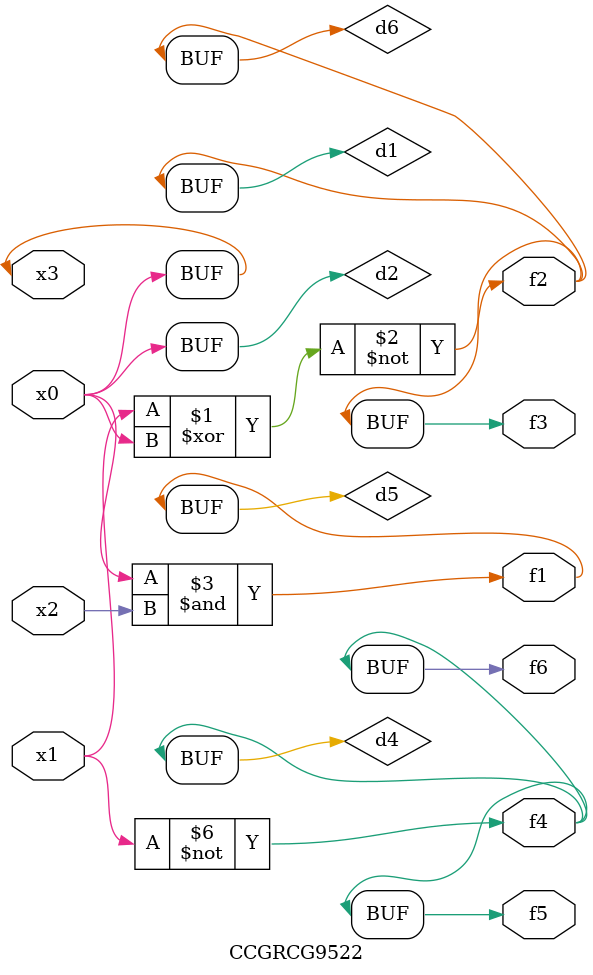
<source format=v>
module CCGRCG9522(
	input x0, x1, x2, x3,
	output f1, f2, f3, f4, f5, f6
);

	wire d1, d2, d3, d4, d5, d6;

	xnor (d1, x1, x3);
	buf (d2, x0, x3);
	nand (d3, x0, x2);
	not (d4, x1);
	nand (d5, d3);
	or (d6, d1);
	assign f1 = d5;
	assign f2 = d6;
	assign f3 = d6;
	assign f4 = d4;
	assign f5 = d4;
	assign f6 = d4;
endmodule

</source>
